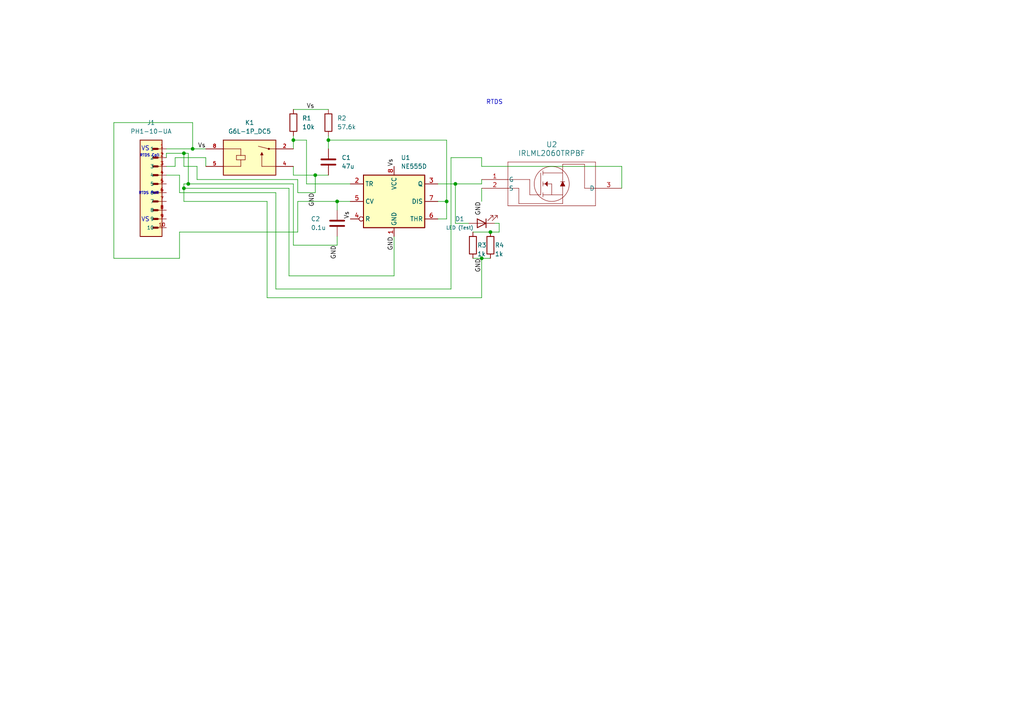
<source format=kicad_sch>
(kicad_sch (version 20231120) (generator "eeschema") (generator_version "8.0")
  (paper "A4")
  (lib_symbols
    (symbol "10 pin output:PH1-10-UA" (pin_names (offset 1.016))
      (property "Reference" "J" (at 0 28.448 0))
      (property "Value" "PH1-10-UA" (at 0 0 0))
      (symbol "PH1-10-UA_0_0"
        (polyline (pts (xy 3.81 2.54) (xy 5.08 2.54)) (stroke (width 0.6096)))
        (polyline (pts (xy 3.81 5.08) (xy 5.08 5.08)) (stroke (width 0.6096)))
        (polyline (pts (xy 3.81 7.62) (xy 5.08 7.62)) (stroke (width 0.6096)))
        (polyline (pts (xy 3.81 10.16) (xy 5.08 10.16)) (stroke (width 0.6096)))
        (polyline (pts (xy 3.81 12.7) (xy 5.08 12.7)) (stroke (width 0.6096)))
        (polyline (pts (xy 3.81 15.24) (xy 5.08 15.24)) (stroke (width 0.6096)))
        (polyline (pts (xy 3.81 17.78) (xy 5.08 17.78)) (stroke (width 0.6096)))
        (polyline (pts (xy 3.81 20.32) (xy 5.08 20.32)) (stroke (width 0.6096)))
        (polyline (pts (xy 3.81 22.86) (xy 5.08 22.86)) (stroke (width 0.6096)))
        (polyline (pts (xy 3.81 25.4) (xy 5.08 25.4)) (stroke (width 0.6096)))
        (rectangle (start 0 0) (end 6.35 27.94) (stroke (width 0.254)) (fill (type background)))
        (pin passive line (at 7.62 25.4 180) (length 2.54) (name "1") (number "1"))
        (pin passive line (at 7.62 2.54 180) (length 2.54) (name "10") (number "10"))
        (pin passive line (at 7.62 22.86 180) (length 2.54) (name "2") (number "2"))
        (pin passive line (at 7.62 20.32 180) (length 2.54) (name "3") (number "3"))
        (pin passive line (at 7.62 17.78 180) (length 2.54) (name "4") (number "4"))
        (pin passive line (at 7.62 15.24 180) (length 2.54) (name "5") (number "5"))
        (pin passive line (at 7.62 12.7 180) (length 2.54) (name "6") (number "6"))
        (pin passive line (at 7.62 10.16 180) (length 2.54) (name "7") (number "7"))
        (pin passive line (at 7.62 7.62 180) (length 2.54) (name "8") (number "8"))
        (pin passive line (at 7.62 5.08 180) (length 2.54) (name "9") (number "9"))
      )
    )
    (symbol "Device:C" (pin_numbers hide) (pin_names (offset 0.254))
      (property "Reference" "C" (at 0.635 2.54 0))
      (property "Value" "C" (at 0.635 -2.54 0))
      (symbol "C_0_1"
        (polyline (pts (xy -2.032 -0.762) (xy 2.032 -0.762)) (stroke (width 0.508)))
        (polyline (pts (xy -2.032 0.762) (xy 2.032 0.762)) (stroke (width 0.508)))
      )
      (symbol "C_1_1"
        (pin passive line (at 0 3.81 270) (length 2.794) (name "~") (number "1"))
        (pin passive line (at 0 -3.81 90) (length 2.794) (name "~") (number "2"))
      )
    )
    (symbol "Device:LED" (pin_numbers hide) (pin_names (offset 1.016) hide)
      (property "Reference" "D" (at 0 2.54 0))
      (property "Value" "LED" (at 0 -2.54 0))
      (symbol "LED_0_1"
        (polyline (pts (xy -1.27 -1.27) (xy -1.27 1.27)) (stroke (width 0.254)))
        (polyline (pts (xy -1.27 0) (xy 1.27 0)))
        (polyline (pts (xy 1.27 -1.27) (xy 1.27 1.27) (xy -1.27 0) (xy 1.27 -1.27)) (stroke (width 0.254)))
        (polyline (pts (xy -3.048 -0.762) (xy -4.572 -2.286) (xy -3.81 -2.286) (xy -4.572 -2.286) (xy -4.572 -1.524)))
        (polyline (pts (xy -1.778 -0.762) (xy -3.302 -2.286) (xy -2.54 -2.286) (xy -3.302 -2.286) (xy -3.302 -1.524)))
      )
      (symbol "LED_1_1"
        (pin passive line (at -3.81 0 0) (length 2.54) (name "K") (number "1"))
        (pin passive line (at 3.81 0 180) (length 2.54) (name "A") (number "2"))
      )
    )
    (symbol "Device:R" (pin_numbers hide) (pin_names (offset 0))
      (property "Reference" "R" (at 2.032 0 90))
      (property "Value" "R" (at 0 0 90))
      (symbol "R_0_1"
        (rectangle (start -1.016 -2.54) (end 1.016 2.54) (stroke (width 0.254)))
      )
      (symbol "R_1_1"
        (pin passive line (at 0 3.81 270) (length 1.27) (name "~") (number "1"))
        (pin passive line (at 0 -3.81 90) (length 1.27) (name "~") (number "2"))
      )
    )
    (symbol "IRLML2060TRPBF:IRLML2060TRPBF" (pin_names (offset 0.254))
      (property "Reference" "U" (at 20.32 10.16 0))
      (property "Value" "IRLML2060TRPBF" (at 20.32 7.62 0))
      (symbol "IRLML2060TRPBF_0_1"
        (polyline (pts (xy 7.62 -7.62) (xy 33.02 -7.62)) (stroke (width 0.127)))
        (polyline (pts (xy 7.62 -2.54) (xy 10.795 -2.54)) (stroke (width 0.127)))
        (polyline (pts (xy 7.62 5.08) (xy 7.62 -7.62)) (stroke (width 0.127)))
        (polyline (pts (xy 10.795 -6.985) (xy 23.495 -6.985)) (stroke (width 0.127)))
        (polyline (pts (xy 10.795 -2.54) (xy 10.795 -6.985)) (stroke (width 0.127)))
        (polyline (pts (xy 13.97 -4.445) (xy 13.97 0)) (stroke (width 0.127)))
        (polyline (pts (xy 13.97 0) (xy 7.62 0)) (stroke (width 0.127)))
        (polyline (pts (xy 17.145 -4.445) (xy 13.97 -4.445)) (stroke (width 0.127)))
        (polyline (pts (xy 17.145 1.905) (xy 17.145 -4.445)) (stroke (width 0.127)))
        (polyline (pts (xy 17.78 -5.08) (xy 17.78 -3.81)) (stroke (width 0.127)))
        (polyline (pts (xy 17.78 -4.445) (xy 23.495 -4.445)) (stroke (width 0.127)))
        (polyline (pts (xy 17.78 -1.27) (xy 20.32 -1.27)) (stroke (width 0.127)))
        (polyline (pts (xy 17.78 -0.635) (xy 17.78 -1.905)) (stroke (width 0.127)))
        (polyline (pts (xy 17.78 1.905) (xy 23.495 1.905)) (stroke (width 0.127)))
        (polyline (pts (xy 17.78 2.54) (xy 17.78 1.27)) (stroke (width 0.127)))
        (polyline (pts (xy 18.415 -1.27) (xy 19.05 -0.635)) (stroke (width 0.127)))
        (polyline (pts (xy 19.05 -1.905) (xy 18.415 -1.27)) (stroke (width 0.127)))
        (polyline (pts (xy 19.05 -0.635) (xy 19.05 -1.905)) (stroke (width 0.127)))
        (polyline (pts (xy 20.32 -4.445) (xy 20.32 -1.27)) (stroke (width 0.127)))
        (polyline (pts (xy 22.86 -1.905) (xy 23.495 -0.635)) (stroke (width 0.127)))
        (polyline (pts (xy 22.86 -1.905) (xy 24.13 -1.905)) (stroke (width 0.127)))
        (polyline (pts (xy 22.86 -0.635) (xy 24.13 -0.635)) (stroke (width 0.127)))
        (polyline (pts (xy 23.495 -6.985) (xy 23.495 4.445)) (stroke (width 0.127)))
        (polyline (pts (xy 23.495 -0.635) (xy 24.13 -1.905)) (stroke (width 0.127)))
        (polyline (pts (xy 23.495 4.445) (xy 29.845 4.445)) (stroke (width 0.127)))
        (polyline (pts (xy 29.845 -2.54) (xy 33.02 -2.54)) (stroke (width 0.127)))
        (polyline (pts (xy 29.845 4.445) (xy 29.845 -2.54)) (stroke (width 0.127)))
        (polyline (pts (xy 33.02 -7.62) (xy 33.02 5.08)) (stroke (width 0.127)))
        (polyline (pts (xy 33.02 5.08) (xy 7.62 5.08)) (stroke (width 0.127)))
        (polyline (pts (xy 18.415 -1.27) (xy 19.05 -0.635) (xy 19.05 -1.905)) (fill (type outline)))
        (polyline (pts (xy 22.86 -1.905) (xy 23.495 -0.635) (xy 24.13 -1.905)) (fill (type outline)))
        (circle (center 20.32 -1.27) (radius 5.08) (stroke (width 0.127)))
        (pin unspecified line (at 0 0 0) (length 7.62) (name "G") (number "1"))
        (pin unspecified line (at 0 -2.54 0) (length 7.62) (name "S") (number "2"))
        (pin unspecified line (at 40.64 -2.54 180) (length 7.62) (name "D") (number "3"))
      )
    )
    (symbol "Relay:G6L-1P_DC5" (pin_names (offset 1.016))
      (property "Reference" "K" (at -7.62 6.35 0))
      (property "Value" "G6L-1P_DC5" (at -7.62 -7.62 0))
      (symbol "G6L-1P_DC5_0_0"
        (rectangle (start -7.62 -5.08) (end 7.62 5.08) (stroke (width 0.254)) (fill (type background)))
        (polyline (pts (xy -7.62 -2.54) (xy -2.54 -2.54)) (stroke (width 0.1524)))
        (polyline (pts (xy -7.62 2.54) (xy -2.54 2.54)) (stroke (width 0.1524)))
        (polyline (pts (xy -3.81 -0.635) (xy -3.81 0.635)) (stroke (width 0.1524)))
        (polyline (pts (xy -3.81 0.635) (xy -2.54 0.635)) (stroke (width 0.1524)))
        (polyline (pts (xy -2.54 -0.635) (xy -3.81 -0.635)) (stroke (width 0.1524)))
        (polyline (pts (xy -2.54 -0.635) (xy -2.54 -2.54)) (stroke (width 0.1524)))
        (polyline (pts (xy -2.54 0.635) (xy -1.27 0.635)) (stroke (width 0.1524)))
        (polyline (pts (xy -2.54 2.54) (xy -2.54 0.635)) (stroke (width 0.1524)))
        (polyline (pts (xy -1.27 -0.635) (xy -2.54 -0.635)) (stroke (width 0.1524)))
        (polyline (pts (xy -1.27 0.635) (xy -1.27 -0.635)) (stroke (width 0.1524)))
        (polyline (pts (xy 3.556 -2.54) (xy 3.556 0.762)) (stroke (width 0.1524)))
        (polyline (pts (xy 5.588 2.54) (xy 2.54 3.302)) (stroke (width 0.1524)))
        (polyline (pts (xy 7.62 -2.54) (xy 3.556 -2.54)) (stroke (width 0.1524)))
        (polyline (pts (xy 7.62 2.54) (xy 5.588 2.54)) (stroke (width 0.1524)))
        (polyline (pts (xy 3.175 0.762) (xy 3.937 0.762) (xy 3.556 1.524) (xy 3.175 0.762)) (stroke (width 0.1524)) (fill (type outline)))
        (circle (center 5.588 2.54) (radius 0.1524) (stroke (width 0.3048)))
        (pin passive line (at 12.7 2.54 180) (length 5.08) (name "~") (number "2"))
        (pin passive line (at 12.7 -2.54 180) (length 5.08) (name "~") (number "4"))
        (pin passive line (at -12.7 -2.54 0) (length 5.08) (name "~") (number "5"))
        (pin passive line (at -12.7 2.54 0) (length 5.08) (name "~") (number "8"))
      )
    )
    (symbol "Timer:NE555D"
      (property "Reference" "U" (at -10.16 8.89 0))
      (property "Value" "NE555D" (at 2.54 8.89 0))
      (symbol "NE555D_0_0"
        (pin power_in line (at 0 -10.16 90) (length 2.54) (name "GND") (number "1"))
        (pin power_in line (at 0 10.16 270) (length 2.54) (name "VCC") (number "8"))
      )
      (symbol "NE555D_0_1"
        (rectangle (start -8.89 -7.62) (end 8.89 7.62) (stroke (width 0.254)) (fill (type background)))
        (rectangle (start -8.89 -7.62) (end 8.89 7.62) (stroke (width 0.254)) (fill (type background)))
      )
      (symbol "NE555D_1_1"
        (pin input line (at -12.7 5.08 0) (length 3.81) (name "TR") (number "2"))
        (pin output line (at 12.7 5.08 180) (length 3.81) (name "Q") (number "3"))
        (pin input inverted (at -12.7 -5.08 0) (length 3.81) (name "R") (number "4"))
        (pin input line (at -12.7 0 0) (length 3.81) (name "CV") (number "5"))
        (pin input line (at 12.7 -5.08 180) (length 3.81) (name "THR") (number "6"))
        (pin input line (at 12.7 0 180) (length 3.81) (name "DIS") (number "7"))
      )
    )
  )
  (junction (at 97.79 58.42))
  (junction (at 53.34 44.45))
  (junction (at 132.08 53.34))
  (junction (at 53.34 54.61))
  (junction (at 85.09 40.64))
  (junction (at 129.54 58.42))
  (junction (at 54.61 53.34))
  (junction (at 55.88 43.18))
  (junction (at 95.25 40.64))
  (junction (at 91.44 50.8))
  (junction (at 142.24 67.31))
  (junction (at 139.7 74.93))
  (wire (pts (xy 59.69 45.72) (xy 59.69 48.26)))
  (wire (pts (xy 97.79 71.12) (xy 85.09 71.12)))
  (wire (pts (xy 132.08 53.34) (xy 132.08 64.77)))
  (wire (pts (xy 48.26 43.18) (xy 55.88 43.18)))
  (wire (pts (xy 54.61 44.45) (xy 54.61 53.34)))
  (wire (pts (xy 139.7 86.36) (xy 77.47 86.36)))
  (wire (pts (xy 130.81 45.72) (xy 130.81 83.82)))
  (wire (pts (xy 101.6 53.34) (xy 88.9 53.34)))
  (wire (pts (xy 85.09 50.8) (xy 85.09 48.26)))
  (wire (pts (xy 54.61 53.34) (xy 85.09 53.34)))
  (wire (pts (xy 50.8 48.26) (xy 48.26 48.26)))
  (wire (pts (xy 139.7 48.26) (xy 139.7 45.72)))
  (wire (pts (xy 85.09 50.8) (xy 91.44 50.8)))
  (wire (pts (xy 91.44 55.88) (xy 91.44 50.8)))
  (wire (pts (xy 53.34 54.61) (xy 53.34 53.34)))
  (wire (pts (xy 137.16 74.93) (xy 139.7 74.93)))
  (wire (pts (xy 132.08 64.77) (xy 135.89 64.77)))
  (wire (pts (xy 85.09 39.37) (xy 85.09 40.64)))
  (wire (pts (xy 57.15 52.07) (xy 86.36 52.07)))
  (wire (pts (xy 137.16 67.31) (xy 142.24 67.31)))
  (wire (pts (xy 77.47 58.42) (xy 53.34 58.42)))
  (wire (pts (xy 139.7 74.93) (xy 142.24 74.93)))
  (wire (pts (xy 127 53.34) (xy 132.08 53.34)))
  (wire (pts (xy 53.34 58.42) (xy 53.34 54.61)))
  (wire (pts (xy 85.09 40.64) (xy 88.9 40.64)))
  (wire (pts (xy 53.34 53.34) (xy 54.61 53.34)))
  (wire (pts (xy 88.9 53.34) (xy 88.9 40.64)))
  (wire (pts (xy 143.51 64.77) (xy 144.78 64.77)))
  (wire (pts (xy 85.09 40.64) (xy 85.09 43.18)))
  (wire (pts (xy 114.3 80.01) (xy 83.82 80.01)))
  (wire (pts (xy 142.24 67.31) (xy 144.78 67.31)))
  (wire (pts (xy 127 63.5) (xy 129.54 63.5)))
  (wire (pts (xy 129.54 58.42) (xy 129.54 40.64)))
  (wire (pts (xy 95.25 40.64) (xy 95.25 43.18)))
  (wire (pts (xy 52.07 55.88) (xy 52.07 50.8)))
  (wire (pts (xy 86.36 58.42) (xy 86.36 67.31)))
  (wire (pts (xy 180.34 48.26) (xy 180.34 54.61)))
  (wire (pts (xy 86.36 55.88) (xy 91.44 55.88)))
  (wire (pts (xy 52.07 67.31) (xy 52.07 74.93)))
  (wire (pts (xy 54.61 44.45) (xy 53.34 44.45)))
  (wire (pts (xy 139.7 45.72) (xy 130.81 45.72)))
  (wire (pts (xy 52.07 74.93) (xy 33.02 74.93)))
  (wire (pts (xy 59.69 45.72) (xy 50.8 45.72)))
  (wire (pts (xy 80.01 83.82) (xy 80.01 55.88)))
  (wire (pts (xy 85.09 31.75) (xy 95.25 31.75)))
  (wire (pts (xy 95.25 40.64) (xy 129.54 40.64)))
  (wire (pts (xy 139.7 48.26) (xy 180.34 48.26)))
  (wire (pts (xy 86.36 52.07) (xy 86.36 55.88)))
  (wire (pts (xy 33.02 74.93) (xy 33.02 35.56)))
  (wire (pts (xy 52.07 50.8) (xy 48.26 50.8)))
  (wire (pts (xy 132.08 53.34) (xy 139.7 53.34)))
  (wire (pts (xy 83.82 80.01) (xy 83.82 54.61)))
  (wire (pts (xy 91.44 50.8) (xy 95.25 50.8)))
  (wire (pts (xy 33.02 35.56) (xy 55.88 35.56)))
  (wire (pts (xy 50.8 45.72) (xy 50.8 48.26)))
  (wire (pts (xy 55.88 35.56) (xy 55.88 43.18)))
  (wire (pts (xy 97.79 58.42) (xy 86.36 58.42)))
  (wire (pts (xy 97.79 58.42) (xy 97.79 60.96)))
  (wire (pts (xy 57.15 48.26) (xy 57.15 52.07)))
  (wire (pts (xy 97.79 68.58) (xy 97.79 71.12)))
  (wire (pts (xy 139.7 74.93) (xy 139.7 86.36)))
  (wire (pts (xy 48.26 44.45) (xy 48.26 45.72)))
  (wire (pts (xy 83.82 54.61) (xy 53.34 54.61)))
  (wire (pts (xy 95.25 39.37) (xy 95.25 40.64)))
  (wire (pts (xy 53.34 48.26) (xy 53.34 44.45)))
  (wire (pts (xy 139.7 54.61) (xy 139.7 58.42)))
  (wire (pts (xy 77.47 86.36) (xy 77.47 58.42)))
  (wire (pts (xy 57.15 48.26) (xy 53.34 48.26)))
  (wire (pts (xy 55.88 43.18) (xy 59.69 43.18)))
  (wire (pts (xy 114.3 68.58) (xy 114.3 80.01)))
  (wire (pts (xy 139.7 53.34) (xy 139.7 52.07)))
  (wire (pts (xy 130.81 83.82) (xy 80.01 83.82)))
  (wire (pts (xy 144.78 64.77) (xy 144.78 67.31)))
  (wire (pts (xy 129.54 58.42) (xy 129.54 63.5)))
  (wire (pts (xy 97.79 58.42) (xy 101.6 58.42)))
  (wire (pts (xy 127 58.42) (xy 129.54 58.42)))
  (wire (pts (xy 53.34 44.45) (xy 48.26 44.45)))
  (wire (pts (xy 86.36 67.31) (xy 52.07 67.31)))
  (wire (pts (xy 80.01 55.88) (xy 52.07 55.88)))
  (wire (pts (xy 85.09 71.12) (xy 85.09 53.34)))
  (text "VS" (at 42.164 63.754 0) (effects (font (size 1.27 1.27))))
  (text "RTDS PWR" (at 43.18 56.134 0) (effects (font (size 0.762 0.762))))
  (text "RTDS Coil" (at 43.434 45.212 0) (effects (font (size 0.762 0.762))))
  (text "VS" (at 42.164 43.18 0) (effects (font (size 1.27 1.27))))
  (text "RTDS" (at 140.97 30.48 0) (effects (font (size 1.27 1.27)) (justify left bottom)))
  (label "GND" (at 139.7 58.42 270))
  (label "GND" (at 91.44 55.88 270))
  (label "Vs" (at 59.69 43.18 180))
  (label "GND" (at 139.7 74.93 270))
  (label "Vs" (at 114.3 48.26 90))
  (label "GND" (at 97.79 71.12 270))
  (label "Vs" (at 101.6 63.5 90))
  (label "GND" (at 114.3 68.58 270))
  (label "Vs" (at 88.9 31.75 0))
  (symbol (lib_id "IRLML2060TRPBF:IRLML2060TRPBF") (at 139.7 52.07 0) (unit 1)
    (property "Reference" "U2" (at 160.02 41.91 0) (effects (font (size 1.524 1.524))))
    (property "Value" "IRLML2060TRPBF" (at 160.02 44.45 0) (effects (font (size 1.524 1.524))))
    (property "Footprint" "SOT23_INF" (effects (hide yes)))
    (property "Datasheet" "IRLML2060TRPBF" (effects (hide yes)))
  )
  (symbol (lib_id "Device:R") (at 95.25 35.56 0) (unit 1)
    (property "Reference" "R2" (at 97.79 34.29 0) (effects (justify left)))
    (property "Value" "57.6k" (at 97.79 36.83 0) (effects (justify left)))
    (property "Footprint" "CF14JT10K0:STA_CF14_STP" (effects (hide yes)))
  )
  (symbol (lib_id "Device:LED") (at 139.7 64.77 180) (unit 1)
    (property "Reference" "D1" (at 133.35 63.5 0))
    (property "Value" "LED (Test)" (at 133.35 66.04 0) (effects (font (size 1 1))))
    (property "Footprint" "Yellow RTDS LED:LED_AP3216SYD_KNB" (effects (hide yes)))
  )
  (symbol (lib_id "Device:C") (at 97.79 64.77 0) (unit 1)
    (property "Reference" "C2" (at 90.17 63.5 0) (effects (justify left)))
    (property "Value" "0.1u" (at 90.17 66.04 0) (effects (justify left)))
    (property "Footprint" "Capacitor 0.1u:CAP_CL31_SAM" (effects (hide yes)))
  )
  (symbol (lib_id "Device:R") (at 85.09 35.56 0) (unit 1)
    (property "Reference" "R1" (at 87.63 34.29 0) (effects (justify left)))
    (property "Value" "10k" (at 87.63 36.83 0) (effects (justify left)))
    (property "Footprint" "CF14JT10K0:STA_CF14_STP" (effects (hide yes)))
  )
  (symbol (lib_id "Device:R") (at 142.24 71.12 0) (unit 1)
    (property "Reference" "R4" (at 143.51 71.12 0) (effects (justify left)))
    (property "Value" "1k" (at 143.51 73.66 0) (effects (justify left)))
    (property "Footprint" "1k Resistor:STA_RMCF0603_STP-L" (effects (hide yes)))
  )
  (symbol (lib_id "Relay:G6L-1P_DC5") (at 72.39 45.72 0) (unit 1)
    (property "Reference" "K1" (at 72.39 35.56 0))
    (property "Value" "G6L-1P_DC5" (at 72.39 38.1 0))
    (property "Footprint" "RTDS Relay:RELAY_G6L-1P_DC5" (effects (hide yes)))
    (property "MF" "Omron Electronics" (effects (hide yes)))
    (property "DESCRIPTION" "Telecom Relay SPST-NO (1 Form A) Through Hole" (effects (hide yes)))
    (property "PACKAGE" "None" (effects (hide yes)))
    (property "PRICE" "None" (effects (hide yes)))
    (property "MP" "G6L-1P-DC24" (effects (hide yes)))
    (property "AVAILABILITY" "Unavailable" (effects (hide yes)))
  )
  (symbol (lib_id "Device:R") (at 137.16 71.12 0) (unit 1)
    (property "Reference" "R3" (at 138.43 71.12 0) (effects (justify left)))
    (property "Value" "1k" (at 138.43 73.66 0) (effects (justify left)))
    (property "Footprint" "1k Resistor:STA_RMCF0603_STP-L" (effects (hide yes)))
  )
  (symbol (lib_id "Timer:NE555D") (at 114.3 58.42 0) (unit 1)
    (property "Reference" "U1" (at 116.2559 45.72 0) (effects (justify left)))
    (property "Value" "NE555D" (at 116.2559 48.26 0) (effects (justify left)))
    (property "Footprint" "Package_SO:SOIC-8_3.9x4.9mm_P1.27mm" (effects (hide yes)))
    (property "Datasheet" "http://www.ti.com/lit/ds/symlink/ne555.pdf" (effects (hide yes)))
  )
  (symbol (lib_id "10 pin output:PH1-10-UA") (at 40.64 68.58 0) (unit 1)
    (property "Reference" "J1" (at 43.815 35.56 0))
    (property "Value" "PH1-10-UA" (at 43.815 38.1 0))
    (property "Footprint" "10 pin output:1X10-2.54MM-THT" (effects (hide yes)))
    (property "MF" "Adam Tech" (effects (hide yes)))
    (property "Description_1" "\n                        \n                            Connector Header Through Hole 10 position 0.100 (2.54mm)\n                        \n" (effects (hide yes)))
    (property "Package" "None" (effects (hide yes)))
    (property "Price" "None" (effects (hide yes)))
    (property "SnapEDA_Link" "https://www.snapeda.com/parts/PH1-10-UA/Adam+Tech/view-part/?ref=snap" (effects (hide yes)))
    (property "MP" "PH1-10-UA" (effects (hide yes)))
    (property "Availability" "In Stock" (effects (hide yes)))
    (property "Check_prices" "https://www.snapeda.com/parts/PH1-10-UA/Adam+Tech/view-part/?ref=eda" (effects (hide yes)))
  )
  (symbol (lib_id "Device:C") (at 95.25 46.99 0) (unit 1)
    (property "Reference" "C1" (at 99.06 45.72 0) (effects (justify left)))
    (property "Value" "47u" (at 99.06 48.26 0) (effects (justify left)))
    (property "Footprint" "Capacitor 47u:CAP_CL32_SAM" (effects (hide yes)))
  )
)
</source>
